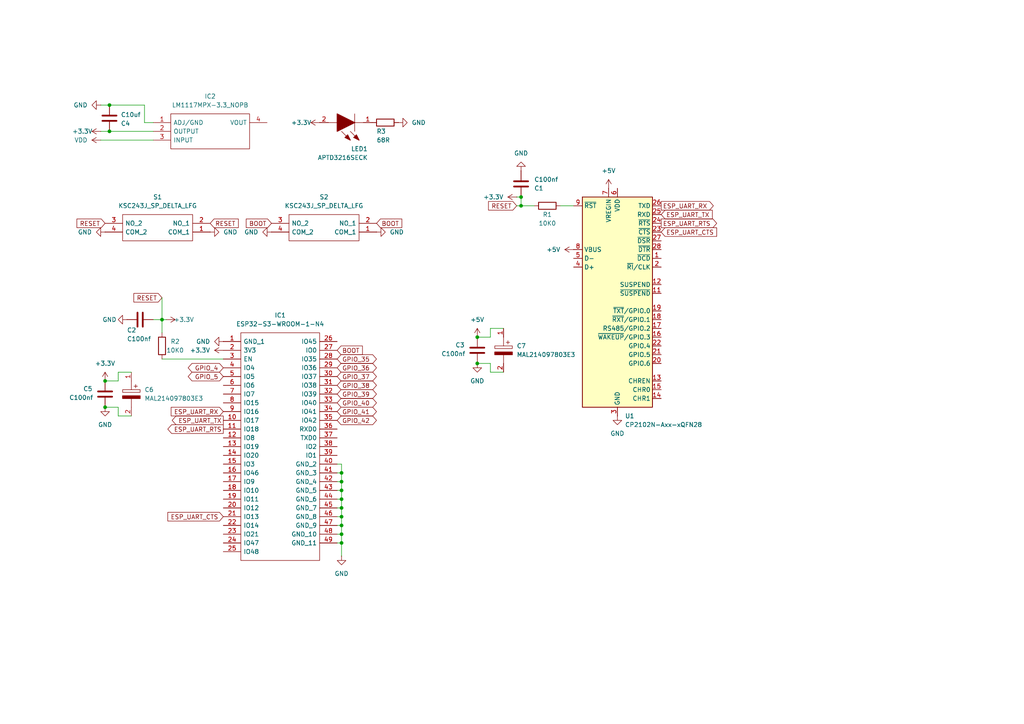
<source format=kicad_sch>
(kicad_sch (version 20231120) (generator "eeschema") (generator_version "8.0")
  (paper "A4")
  (title_block (date "2024-10-01") (rev "A"))
  (lib_symbols
    (symbol "Device:C" (pin_numbers hide) (pin_names (offset 0.254))
      (property "Reference" "C" (at 0.635 2.54 0))
      (property "Value" "C" (at 0.635 -2.54 0))
      (symbol "C_0_1"
        (polyline (pts (xy -2.032 -0.762) (xy 2.032 -0.762)) (stroke (width 0.508)))
        (polyline (pts (xy -2.032 0.762) (xy 2.032 0.762)) (stroke (width 0.508)))
      )
      (symbol "C_1_1"
        (pin passive line (at 0 3.81 270) (length 2.794) (name "~") (number "1"))
        (pin passive line (at 0 -3.81 90) (length 2.794) (name "~") (number "2"))
      )
    )
    (symbol "Device:R" (pin_numbers hide) (pin_names (offset 0))
      (property "Reference" "R" (at 2.032 0 90))
      (property "Value" "R" (at 0 0 90))
      (symbol "R_0_1"
        (rectangle (start -1.016 -2.54) (end 1.016 2.54) (stroke (width 0.254)))
      )
      (symbol "R_1_1"
        (pin passive line (at 0 3.81 270) (length 1.27) (name "~") (number "1"))
        (pin passive line (at 0 -3.81 90) (length 1.27) (name "~") (number "2"))
      )
    )
    (symbol "Interface_USB:CP2102N-Axx-xQFN28"
      (property "Reference" "U" (at -8.89 31.75 0))
      (property "Value" "CP2102N-Axx-xQFN28" (at 12.7 31.75 0))
      (symbol "CP2102N-Axx-xQFN28_0_1"
        (rectangle (start -10.16 30.48) (end 10.16 -30.48) (stroke (width 0.254)) (fill (type background)))
      )
      (symbol "CP2102N-Axx-xQFN28_1_1"
        (pin input line (at 12.7 12.7 180) (length 2.54) (name "~{DCD}") (number "1"))
        (pin no_connect line (at -10.16 -27.94 0) (length 2.54) hide (name "NC") (number "10"))
        (pin output line (at 12.7 2.54 180) (length 2.54) (name "~{SUSPEND}") (number "11"))
        (pin output line (at 12.7 5.08 180) (length 2.54) (name "SUSPEND") (number "12"))
        (pin output line (at 12.7 -22.86 180) (length 2.54) (name "CHREN") (number "13"))
        (pin output line (at 12.7 -27.94 180) (length 2.54) (name "CHR1") (number "14"))
        (pin output line (at 12.7 -25.4 180) (length 2.54) (name "CHR0") (number "15"))
        (pin bidirectional line (at 12.7 -10.16 180) (length 2.54) (name "~{WAKEUP}/GPIO.3") (number "16"))
        (pin bidirectional line (at 12.7 -7.62 180) (length 2.54) (name "RS485/GPIO.2") (number "17"))
        (pin bidirectional line (at 12.7 -5.08 180) (length 2.54) (name "~{RXT}/GPIO.1") (number "18"))
        (pin bidirectional line (at 12.7 -2.54 180) (length 2.54) (name "~{TXT}/GPIO.0") (number "19"))
        (pin bidirectional line (at 12.7 10.16 180) (length 2.54) (name "~{RI}/CLK") (number "2"))
        (pin bidirectional line (at 12.7 -17.78 180) (length 2.54) (name "GPIO.6") (number "20"))
        (pin bidirectional line (at 12.7 -15.24 180) (length 2.54) (name "GPIO.5") (number "21"))
        (pin bidirectional line (at 12.7 -12.7 180) (length 2.54) (name "GPIO.4") (number "22"))
        (pin input line (at 12.7 20.32 180) (length 2.54) (name "~{CTS}") (number "23"))
        (pin output line (at 12.7 22.86 180) (length 2.54) (name "~{RTS}") (number "24"))
        (pin input line (at 12.7 25.4 180) (length 2.54) (name "RXD") (number "25"))
        (pin output line (at 12.7 27.94 180) (length 2.54) (name "TXD") (number "26"))
        (pin input line (at 12.7 17.78 180) (length 2.54) (name "~{DSR}") (number "27"))
        (pin output line (at 12.7 15.24 180) (length 2.54) (name "~{DTR}") (number "28"))
        (pin passive line (at 0 -33.02 90) (length 2.54) hide (name "GND") (number "29"))
        (pin power_in line (at 0 -33.02 90) (length 2.54) (name "GND") (number "3"))
        (pin bidirectional line (at -12.7 10.16 0) (length 2.54) (name "D+") (number "4"))
        (pin bidirectional line (at -12.7 12.7 0) (length 2.54) (name "D-") (number "5"))
        (pin power_in line (at 0 33.02 270) (length 2.54) (name "VDD") (number "6"))
        (pin power_in line (at -2.54 33.02 270) (length 2.54) (name "VREGIN") (number "7"))
        (pin input line (at -12.7 15.24 0) (length 2.54) (name "VBUS") (number "8"))
        (pin input line (at -12.7 27.94 0) (length 2.54) (name "~{RST}") (number "9"))
      )
    )
    (symbol "SamacSys_Parts:APTD3216SECK" (pin_names (offset 0.762))
      (property "Reference" "LED" (at 12.7 8.89 0))
      (property "Value" "APTD3216SECK" (at 12.7 6.35 0))
      (symbol "APTD3216SECK_0_0"
        (pin passive line (at 0 0 0) (length 2.54) (name "~") (number "1"))
        (pin passive line (at 15.24 0 180) (length 2.54) (name "~") (number "2"))
      )
      (symbol "APTD3216SECK_0_1"
        (polyline (pts (xy 2.54 0) (xy 5.08 0)) (stroke (width 0.1524)))
        (polyline (pts (xy 5.08 2.54) (xy 5.08 -2.54)) (stroke (width 0.1524)))
        (polyline (pts (xy 6.35 2.54) (xy 3.81 5.08)) (stroke (width 0.1524)))
        (polyline (pts (xy 8.89 2.54) (xy 6.35 5.08)) (stroke (width 0.1524)))
        (polyline (pts (xy 10.16 0) (xy 12.7 0)) (stroke (width 0.1524)))
        (polyline (pts (xy 5.08 0) (xy 10.16 2.54) (xy 10.16 -2.54) (xy 5.08 0)) (stroke (width 0.254)) (fill (type outline)))
        (polyline (pts (xy 5.334 4.318) (xy 4.572 3.556) (xy 3.81 5.08) (xy 5.334 4.318)) (stroke (width 0.254)) (fill (type outline)))
        (polyline (pts (xy 7.874 4.318) (xy 7.112 3.556) (xy 6.35 5.08) (xy 7.874 4.318)) (stroke (width 0.254)) (fill (type outline)))
      )
    )
    (symbol "SamacSys_Parts:ESP32-S3-WROOM-1-N4" (pin_names (offset 0.762))
      (property "Reference" "IC" (at 29.21 7.62 0))
      (property "Value" "ESP32-S3-WROOM-1-N4" (at 29.21 5.08 0))
      (symbol "ESP32-S3-WROOM-1-N4_0_0"
        (pin passive line (at 0 0 0) (length 5.08) (name "GND_1") (number "1"))
        (pin passive line (at 0 -22.86 0) (length 5.08) (name "IO17") (number "10"))
        (pin passive line (at 0 -25.4 0) (length 5.08) (name "IO18") (number "11"))
        (pin passive line (at 0 -27.94 0) (length 5.08) (name "IO8") (number "12"))
        (pin passive line (at 0 -30.48 0) (length 5.08) (name "IO19") (number "13"))
        (pin passive line (at 0 -33.02 0) (length 5.08) (name "IO20") (number "14"))
        (pin passive line (at 0 -35.56 0) (length 5.08) (name "IO3") (number "15"))
        (pin passive line (at 0 -38.1 0) (length 5.08) (name "IO46") (number "16"))
        (pin passive line (at 0 -40.64 0) (length 5.08) (name "IO9") (number "17"))
        (pin passive line (at 0 -43.18 0) (length 5.08) (name "IO10") (number "18"))
        (pin passive line (at 0 -45.72 0) (length 5.08) (name "IO11") (number "19"))
        (pin passive line (at 0 -2.54 0) (length 5.08) (name "3V3") (number "2"))
        (pin passive line (at 0 -48.26 0) (length 5.08) (name "IO12") (number "20"))
        (pin passive line (at 0 -50.8 0) (length 5.08) (name "IO13") (number "21"))
        (pin passive line (at 0 -53.34 0) (length 5.08) (name "IO14") (number "22"))
        (pin passive line (at 0 -55.88 0) (length 5.08) (name "IO21") (number "23"))
        (pin passive line (at 0 -58.42 0) (length 5.08) (name "IO47") (number "24"))
        (pin passive line (at 0 -60.96 0) (length 5.08) (name "IO48") (number "25"))
        (pin passive line (at 33.02 0 180) (length 5.08) (name "IO45") (number "26"))
        (pin passive line (at 33.02 -2.54 180) (length 5.08) (name "IO0") (number "27"))
        (pin passive line (at 33.02 -5.08 180) (length 5.08) (name "IO35") (number "28"))
        (pin passive line (at 33.02 -7.62 180) (length 5.08) (name "IO36") (number "29"))
        (pin passive line (at 0 -5.08 0) (length 5.08) (name "EN") (number "3"))
        (pin passive line (at 33.02 -10.16 180) (length 5.08) (name "IO37") (number "30"))
        (pin passive line (at 33.02 -12.7 180) (length 5.08) (name "IO38") (number "31"))
        (pin passive line (at 33.02 -15.24 180) (length 5.08) (name "IO39") (number "32"))
        (pin passive line (at 33.02 -17.78 180) (length 5.08) (name "IO40") (number "33"))
        (pin passive line (at 33.02 -20.32 180) (length 5.08) (name "IO41") (number "34"))
        (pin passive line (at 33.02 -22.86 180) (length 5.08) (name "IO42") (number "35"))
        (pin passive line (at 33.02 -25.4 180) (length 5.08) (name "RXD0") (number "36"))
        (pin passive line (at 33.02 -27.94 180) (length 5.08) (name "TXD0") (number "37"))
        (pin passive line (at 33.02 -30.48 180) (length 5.08) (name "IO2") (number "38"))
        (pin passive line (at 33.02 -33.02 180) (length 5.08) (name "IO1") (number "39"))
        (pin passive line (at 0 -7.62 0) (length 5.08) (name "IO4") (number "4"))
        (pin passive line (at 33.02 -35.56 180) (length 5.08) (name "GND_2") (number "40"))
        (pin passive line (at 33.02 -38.1 180) (length 5.08) (name "GND_3") (number "41"))
        (pin passive line (at 33.02 -40.64 180) (length 5.08) (name "GND_4") (number "42"))
        (pin passive line (at 33.02 -43.18 180) (length 5.08) (name "GND_5") (number "43"))
        (pin passive line (at 33.02 -45.72 180) (length 5.08) (name "GND_6") (number "44"))
        (pin passive line (at 33.02 -48.26 180) (length 5.08) (name "GND_7") (number "45"))
        (pin passive line (at 33.02 -50.8 180) (length 5.08) (name "GND_8") (number "46"))
        (pin passive line (at 33.02 -53.34 180) (length 5.08) (name "GND_9") (number "47"))
        (pin passive line (at 33.02 -55.88 180) (length 5.08) (name "GND_10") (number "48"))
        (pin passive line (at 33.02 -58.42 180) (length 5.08) (name "GND_11") (number "49"))
        (pin passive line (at 0 -10.16 0) (length 5.08) (name "IO5") (number "5"))
        (pin passive line (at 0 -12.7 0) (length 5.08) (name "IO6") (number "6"))
        (pin passive line (at 0 -15.24 0) (length 5.08) (name "IO7") (number "7"))
        (pin passive line (at 0 -17.78 0) (length 5.08) (name "IO15") (number "8"))
        (pin passive line (at 0 -20.32 0) (length 5.08) (name "IO16") (number "9"))
      )
      (symbol "ESP32-S3-WROOM-1-N4_0_1"
        (polyline (pts (xy 5.08 2.54) (xy 27.94 2.54) (xy 27.94 -63.5) (xy 5.08 -63.5) (xy 5.08 2.54)) (stroke (width 0.1524)))
      )
    )
    (symbol "SamacSys_Parts:KSC243J_SP_DELTA_LFG" (pin_names (offset 0.762))
      (property "Reference" "S" (at 26.67 7.62 0))
      (property "Value" "KSC243J_SP_DELTA_LFG" (at 26.67 5.08 0))
      (symbol "KSC243J_SP_DELTA_LFG_0_0"
        (pin passive line (at 30.48 -2.54 180) (length 5.08) (name "COM_1") (number "1"))
        (pin passive line (at 30.48 0 180) (length 5.08) (name "NO_1") (number "2"))
        (pin passive line (at 0 0 0) (length 5.08) (name "NO_2") (number "3"))
        (pin passive line (at 0 -2.54 0) (length 5.08) (name "COM_2") (number "4"))
      )
      (symbol "KSC243J_SP_DELTA_LFG_0_1"
        (polyline (pts (xy 5.08 2.54) (xy 25.4 2.54) (xy 25.4 -5.08) (xy 5.08 -5.08) (xy 5.08 2.54)) (stroke (width 0.1524)))
      )
    )
    (symbol "SamacSys_Parts:LM1117MPX-3.3_NOPB" (pin_names (offset 0.762))
      (property "Reference" "IC" (at 29.21 7.62 0))
      (property "Value" "LM1117MPX-3.3_NOPB" (at 29.21 5.08 0))
      (symbol "LM1117MPX-3.3_NOPB_0_0"
        (pin passive line (at 0 0 0) (length 5.08) (name "ADJ/GND") (number "1"))
        (pin passive line (at 0 -2.54 0) (length 5.08) (name "OUTPUT") (number "2"))
        (pin passive line (at 0 -5.08 0) (length 5.08) (name "INPUT") (number "3"))
        (pin passive line (at 33.02 0 180) (length 5.08) (name "VOUT") (number "4"))
      )
      (symbol "LM1117MPX-3.3_NOPB_0_1"
        (polyline (pts (xy 5.08 2.54) (xy 27.94 2.54) (xy 27.94 -7.62) (xy 5.08 -7.62) (xy 5.08 2.54)) (stroke (width 0.1524)))
      )
    )
    (symbol "SamacSys_Parts:MAL214097803E3" (pin_names (offset 0.762))
      (property "Reference" "C" (at 8.89 6.35 0))
      (property "Value" "MAL214097803E3" (at 8.89 3.81 0))
      (symbol "MAL214097803E3_0_0"
        (pin passive line (at 0 0 0) (length 2.54) (name "~") (number "1"))
        (pin passive line (at 12.7 0 180) (length 2.54) (name "~") (number "2"))
      )
      (symbol "MAL214097803E3_0_1"
        (polyline (pts (xy 2.54 0) (xy 5.08 0)) (stroke (width 0.1524)))
        (polyline (pts (xy 4.064 1.778) (xy 4.064 0.762)) (stroke (width 0.1524)))
        (polyline (pts (xy 4.572 1.27) (xy 3.556 1.27)) (stroke (width 0.1524)))
        (polyline (pts (xy 7.62 0) (xy 10.16 0)) (stroke (width 0.1524)))
        (polyline (pts (xy 5.08 2.54) (xy 5.08 -2.54) (xy 5.842 -2.54) (xy 5.842 2.54) (xy 5.08 2.54)) (stroke (width 0.1524)))
        (polyline (pts (xy 7.62 2.54) (xy 7.62 -2.54) (xy 6.858 -2.54) (xy 6.858 2.54) (xy 7.62 2.54)) (stroke (width 0.254)) (fill (type outline)))
      )
    )
    (symbol "power:+3.3V" (power) (pin_numbers hide) (pin_names (offset 0) hide)
      (property "Value" "+3.3V" (at 0 3.556 0))
      (symbol "+3.3V_0_1"
        (polyline (pts (xy -0.762 1.27) (xy 0 2.54)))
        (polyline (pts (xy 0 0) (xy 0 2.54)))
        (polyline (pts (xy 0 2.54) (xy 0.762 1.27)))
      )
      (symbol "+3.3V_1_1"
        (pin power_in line (at 0 0 90) (length 0) (name "~") (number "1"))
      )
    )
    (symbol "power:+5V" (power) (pin_numbers hide) (pin_names (offset 0) hide)
      (property "Value" "+5V" (at 0 3.556 0))
      (symbol "+5V_0_1"
        (polyline (pts (xy -0.762 1.27) (xy 0 2.54)))
        (polyline (pts (xy 0 0) (xy 0 2.54)))
        (polyline (pts (xy 0 2.54) (xy 0.762 1.27)))
      )
      (symbol "+5V_1_1"
        (pin power_in line (at 0 0 90) (length 0) (name "~") (number "1"))
      )
    )
    (symbol "power:GND" (power) (pin_numbers hide) (pin_names (offset 0) hide)
      (property "Value" "GND" (at 0 -3.81 0))
      (symbol "GND_0_1"
        (polyline (pts (xy 0 0) (xy 0 -1.27) (xy 1.27 -1.27) (xy 0 -2.54) (xy -1.27 -1.27) (xy 0 -1.27)))
      )
      (symbol "GND_1_1"
        (pin power_in line (at 0 0 270) (length 0) (name "~") (number "1"))
      )
    )
    (symbol "power:VDD" (power) (pin_numbers hide) (pin_names (offset 0) hide)
      (property "Value" "VDD" (at 0 3.556 0))
      (symbol "VDD_0_1"
        (polyline (pts (xy -0.762 1.27) (xy 0 2.54)))
        (polyline (pts (xy 0 0) (xy 0 2.54)))
        (polyline (pts (xy 0 2.54) (xy 0.762 1.27)))
      )
      (symbol "VDD_1_1"
        (pin power_in line (at 0 0 90) (length 0) (name "~") (number "1"))
      )
    )
  )
  (junction (at 99.06 144.78))
  (junction (at 99.06 152.4))
  (junction (at 99.06 147.32))
  (junction (at 46.99 92.71))
  (junction (at 99.06 137.16))
  (junction (at 30.48 118.11))
  (junction (at 99.06 142.24))
  (junction (at 151.13 59.69))
  (junction (at 138.43 97.79))
  (junction (at 30.48 110.49))
  (junction (at 31.75 30.48))
  (junction (at 99.06 154.94))
  (junction (at 31.75 38.1))
  (junction (at 99.06 139.7))
  (junction (at 151.13 57.15))
  (junction (at 138.43 105.41))
  (junction (at 99.06 157.48))
  (junction (at 99.06 149.86))
  (wire (pts (xy 151.13 59.69) (xy 154.94 59.69)))
  (wire (pts (xy 162.56 59.69) (xy 166.37 59.69)))
  (wire (pts (xy 99.06 157.48) (xy 99.06 161.29)))
  (wire (pts (xy 99.06 157.48) (xy 97.79 157.48)))
  (wire (pts (xy 97.79 144.78) (xy 99.06 144.78)))
  (wire (pts (xy 97.79 142.24) (xy 99.06 142.24)))
  (wire (pts (xy 34.29 110.49) (xy 30.48 110.49)))
  (wire (pts (xy 44.45 38.1) (xy 31.75 38.1)))
  (wire (pts (xy 38.1 120.65) (xy 34.29 120.65)))
  (wire (pts (xy 97.79 147.32) (xy 99.06 147.32)))
  (wire (pts (xy 97.79 139.7) (xy 99.06 139.7)))
  (wire (pts (xy 99.06 142.24) (xy 99.06 144.78)))
  (wire (pts (xy 99.06 152.4) (xy 99.06 154.94)))
  (wire (pts (xy 97.79 149.86) (xy 99.06 149.86)))
  (wire (pts (xy 29.21 38.1) (xy 31.75 38.1)))
  (wire (pts (xy 38.1 107.95) (xy 34.29 107.95)))
  (wire (pts (xy 97.79 154.94) (xy 99.06 154.94)))
  (wire (pts (xy 97.79 152.4) (xy 99.06 152.4)))
  (wire (pts (xy 99.06 137.16) (xy 99.06 139.7)))
  (wire (pts (xy 142.24 107.95) (xy 142.24 105.41)))
  (wire (pts (xy 46.99 92.71) (xy 46.99 96.52)))
  (wire (pts (xy 34.29 107.95) (xy 34.29 110.49)))
  (wire (pts (xy 99.06 134.62) (xy 99.06 137.16)))
  (wire (pts (xy 29.21 30.48) (xy 31.75 30.48)))
  (wire (pts (xy 146.05 95.25) (xy 142.24 95.25)))
  (wire (pts (xy 142.24 105.41) (xy 138.43 105.41)))
  (wire (pts (xy 44.45 40.64) (xy 29.21 40.64)))
  (wire (pts (xy 46.99 92.71) (xy 44.45 92.71)))
  (wire (pts (xy 97.79 137.16) (xy 99.06 137.16)))
  (wire (pts (xy 99.06 144.78) (xy 99.06 147.32)))
  (wire (pts (xy 99.06 149.86) (xy 99.06 152.4)))
  (wire (pts (xy 46.99 104.14) (xy 64.77 104.14)))
  (wire (pts (xy 99.06 147.32) (xy 99.06 149.86)))
  (wire (pts (xy 149.86 57.15) (xy 151.13 57.15)))
  (wire (pts (xy 34.29 120.65) (xy 34.29 118.11)))
  (wire (pts (xy 46.99 86.36) (xy 46.99 92.71)))
  (wire (pts (xy 99.06 139.7) (xy 99.06 142.24)))
  (wire (pts (xy 41.91 30.48) (xy 41.91 35.56)))
  (wire (pts (xy 48.26 92.71) (xy 46.99 92.71)))
  (wire (pts (xy 146.05 107.95) (xy 142.24 107.95)))
  (wire (pts (xy 99.06 154.94) (xy 99.06 157.48)))
  (wire (pts (xy 31.75 30.48) (xy 41.91 30.48)))
  (wire (pts (xy 41.91 35.56) (xy 44.45 35.56)))
  (wire (pts (xy 149.86 59.69) (xy 151.13 59.69)))
  (wire (pts (xy 142.24 97.79) (xy 138.43 97.79)))
  (wire (pts (xy 34.29 118.11) (xy 30.48 118.11)))
  (wire (pts (xy 151.13 59.69) (xy 151.13 57.15)))
  (wire (pts (xy 97.79 134.62) (xy 99.06 134.62)))
  (wire (pts (xy 142.24 95.25) (xy 142.24 97.79)))
  (global_label "BOOT" (shape input) (at 109.22 64.77 0) (property "Intersheetrefs" "${INTERSHEET_REFS}" (effects (hide yes))))
  (global_label "BOOT" (shape input) (at 78.74 64.77 180) (property "Intersheetrefs" "${INTERSHEET_REFS}" (effects (hide yes))))
  (global_label "GPIO_42" (shape bidirectional) (at 97.79 121.92 0) (property "Intersheetrefs" "${INTERSHEET_REFS}" (effects (hide yes))))
  (global_label "GPIO_40" (shape bidirectional) (at 97.79 116.84 0) (property "Intersheetrefs" "${INTERSHEET_REFS}" (effects (hide yes))))
  (global_label "GPIO_35" (shape bidirectional) (at 97.79 104.14 0) (property "Intersheetrefs" "${INTERSHEET_REFS}" (effects (hide yes))))
  (global_label "GPIO_38" (shape bidirectional) (at 97.79 111.76 0) (property "Intersheetrefs" "${INTERSHEET_REFS}" (effects (hide yes))))
  (global_label "ESP_UART_CTS" (shape input) (at 64.77 149.86 180) (property "Intersheetrefs" "${INTERSHEET_REFS}" (effects (hide yes))))
  (global_label "RESET" (shape input) (at 30.48 64.77 180) (property "Intersheetrefs" "${INTERSHEET_REFS}" (effects (hide yes))))
  (global_label "GPIO_41" (shape bidirectional) (at 97.79 119.38 0) (property "Intersheetrefs" "${INTERSHEET_REFS}" (effects (hide yes))))
  (global_label "RESET" (shape input) (at 46.99 86.36 180) (property "Intersheetrefs" "${INTERSHEET_REFS}" (effects (hide yes))))
  (global_label "ESP_UART_TX" (shape input) (at 191.77 62.23 0) (property "Intersheetrefs" "${INTERSHEET_REFS}" (effects (hide yes))))
  (global_label "GPIO_4" (shape bidirectional) (at 64.77 106.68 180) (property "Intersheetrefs" "${INTERSHEET_REFS}" (effects (hide yes))))
  (global_label "ESP_UART_RTS" (shape output) (at 64.77 124.46 180) (property "Intersheetrefs" "${INTERSHEET_REFS}" (effects (hide yes))))
  (global_label "GPIO_36" (shape bidirectional) (at 97.79 106.68 0) (property "Intersheetrefs" "${INTERSHEET_REFS}" (effects (hide yes))))
  (global_label "RESET" (shape input) (at 149.86 59.69 180) (property "Intersheetrefs" "${INTERSHEET_REFS}" (effects (hide yes))))
  (global_label "GPIO_5" (shape bidirectional) (at 64.77 109.22 180) (property "Intersheetrefs" "${INTERSHEET_REFS}" (effects (hide yes))))
  (global_label "RESET" (shape input) (at 60.96 64.77 0) (property "Intersheetrefs" "${INTERSHEET_REFS}" (effects (hide yes))))
  (global_label "ESP_UART_RX" (shape input) (at 64.77 119.38 180) (property "Intersheetrefs" "${INTERSHEET_REFS}" (effects (hide yes))))
  (global_label "GPIO_39" (shape bidirectional) (at 97.79 114.3 0) (property "Intersheetrefs" "${INTERSHEET_REFS}" (effects (hide yes))))
  (global_label "ESP_UART_RX" (shape output) (at 191.77 59.69 0) (property "Intersheetrefs" "${INTERSHEET_REFS}" (effects (hide yes))))
  (global_label "ESP_UART_RTS" (shape output) (at 191.77 64.77 0) (property "Intersheetrefs" "${INTERSHEET_REFS}" (effects (hide yes))))
  (global_label "ESP_UART_CTS" (shape input) (at 191.77 67.31 0) (property "Intersheetrefs" "${INTERSHEET_REFS}" (effects (hide yes))))
  (global_label "BOOT" (shape input) (at 97.79 101.6 0) (property "Intersheetrefs" "${INTERSHEET_REFS}" (effects (hide yes))))
  (global_label "GPIO_37" (shape bidirectional) (at 97.79 109.22 0) (property "Intersheetrefs" "${INTERSHEET_REFS}" (effects (hide yes))))
  (global_label "ESP_UART_TX" (shape output) (at 64.77 121.92 180) (property "Intersheetrefs" "${INTERSHEET_REFS}" (effects (hide yes))))
  (symbol (lib_id "power:GND") (at 115.57 35.56 90) (unit 1)
    (property "Reference" "#PWR025" (effects (hide yes)))
    (property "Value" "GND" (at 119.38 35.56 90) (effects (justify right)))
  )
  (symbol (lib_id "power:GND") (at 138.43 105.41 0) (unit 1)
    (property "Reference" "#PWR020" (effects (hide yes)))
    (property "Value" "GND" (at 138.43 110.49 0))
    (property "Description" "Power symbol creates a global label with name \"GND\" , ground" (effects (hide yes)))
  )
  (symbol (lib_id "power:GND") (at 99.06 161.29 0) (unit 1)
    (property "Reference" "#PWR04" (effects (hide yes)))
    (property "Value" "GND" (at 99.06 166.37 0))
    (property "Description" "Power symbol creates a global label with name \"GND\" , ground" (effects (hide yes)))
  )
  (symbol (lib_id "SamacSys_Parts:ESP32-S3-WROOM-1-N4") (at 64.77 99.06 0) (unit 1)
    (property "Reference" "IC1" (at 81.28 91.44 0))
    (property "Value" "ESP32-S3-WROOM-1-N4" (at 81.28 93.98 0))
    (property "Footprint" "SamacSys_Parts:ESP32S3WROOM1UN8R8" (effects (hide yes)))
    (property "Datasheet" "https://www.espressif.com/sites/default/files/documentation/esp32-s3-wroom-1_wroom-1u_datasheet_en.pdf" (effects (hide yes)))
    (property "Description" "WiFi Modules - 802.11 [Engineering Samples] SMD Module, ESP32-S3, 4 MB SPI Flash, PCB Antenna" (effects (hide yes)))
    (property "Height" "3.25" (effects (hide yes)))
    (property "Mouser Part Number" "356-ESP32-S3WROOM1N4" (effects (hide yes)))
    (property "Mouser Price/Stock" "https://www.mouser.co.uk/ProductDetail/Espressif-Systems/ESP32-S3-WROOM-1-N4?qs=Li%252BoUPsLEnsO%2FkiJOUK0FQ%3D%3D" (effects (hide yes)))
    (property "Manufacturer_Name" "Espressif Systems" (effects (hide yes)))
    (property "Manufacturer_Part_Number" "ESP32-S3-WROOM-1-N4" (effects (hide yes)))
  )
  (symbol (lib_id "Device:C") (at 31.75 34.29 0) (unit 1)
    (property "Reference" "C4" (at 35.052 35.814 0) (effects (justify left)))
    (property "Value" "C10uf" (at 35.052 33.274 0) (effects (justify left)))
    (property "Footprint" "Capacitor_SMD:C_0603_1608Metric" (effects (hide yes)))
  )
  (symbol (lib_id "power:GND") (at 29.21 30.48 270) (unit 1)
    (property "Reference" "#PWR022" (effects (hide yes)))
    (property "Value" "GND" (at 25.4 30.4799 90) (effects (justify right)))
    (property "Description" "Power symbol creates a global label with name \"GND\" , ground" (effects (hide yes)))
  )
  (symbol (lib_id "Device:C") (at 40.64 92.71 270) (unit 1)
    (property "Reference" "C2" (at 36.83 95.758 90) (effects (justify left)))
    (property "Value" "C100nf" (at 36.83 98.298 90) (effects (justify left)))
    (property "Footprint" "Capacitor_SMD:C_0603_1608Metric" (effects (hide yes)))
  )
  (symbol (lib_id "power:+5V") (at 176.53 54.61 0) (mirror y) (unit 1)
    (property "Reference" "#PWR010" (effects (hide yes)))
    (property "Value" "+5V" (at 176.53 49.53 0))
    (property "Description" "Power symbol creates a global label with name \"+5V\"" (effects (hide yes)))
  )
  (symbol (lib_id "Device:R") (at 111.76 35.56 270) (unit 1)
    (property "Reference" "R3" (at 109.22 38.1 90) (effects (justify left)))
    (property "Value" "68R" (at 109.22 40.64 90) (effects (justify left)))
    (property "Footprint" "Resistor_SMD:R_1206_3216Metric" (effects (hide yes)))
  )
  (symbol (lib_id "power:GND") (at 64.77 99.06 270) (unit 1)
    (property "Reference" "#PWR03" (effects (hide yes)))
    (property "Value" "GND" (at 60.96 99.0599 90) (effects (justify right)))
    (property "Description" "Power symbol creates a global label with name \"GND\" , ground" (effects (hide yes)))
  )
  (symbol (lib_id "SamacSys_Parts:KSC243J_SP_DELTA_LFG") (at 78.74 64.77 0) (unit 1)
    (property "Reference" "S2" (at 93.98 57.15 0))
    (property "Value" "KSC243J_SP_DELTA_LFG" (at 93.98 59.69 0))
    (property "Footprint" "KSC243JSPDELTALFG" (effects (hide yes)))
    (property "Datasheet" "https://www.ckswitches.com/media/1968/ksc2.pdf" (effects (hide yes)))
    (property "Description" "SEALED TACT SWITCH FOR SMT -40C to 85C 10mA @ 32VDC SPST-NO" (effects (hide yes)))
    (property "Description_1" "SEALED TACT SWITCH FOR SMT -40C to 85C 10mA @ 32VDC SPST-NO" (effects (hide yes)))
    (property "Height" "3.5" (effects (hide yes)))
    (property "Manufacturer_Name" "LITTELFUSE" (effects (hide yes)))
    (property "Manufacturer_Part_Number" "KSC243J SP DELTA LFG" (effects (hide yes)))
  )
  (symbol (lib_id "power:+5V") (at 138.43 97.79 0) (mirror y) (unit 1)
    (property "Reference" "#PWR016" (effects (hide yes)))
    (property "Value" "+5V" (at 138.43 92.71 0))
    (property "Description" "Power symbol creates a global label with name \"+5V\"" (effects (hide yes)))
  )
  (symbol (lib_id "power:GND") (at 36.83 92.71 270) (unit 1)
    (property "Reference" "#PWR02" (effects (hide yes)))
    (property "Value" "GND" (at 31.75 92.71 90))
    (property "Description" "Power symbol creates a global label with name \"GND\" , ground" (effects (hide yes)))
  )
  (symbol (lib_id "power:+3.3V") (at 30.48 110.49 0) (unit 1)
    (property "Reference" "#PWR026" (effects (hide yes)))
    (property "Value" "+3.3V" (at 30.48 105.41 0))
    (property "Description" "Power symbol creates a global label with name \"+3.3V\"" (effects (hide yes)))
  )
  (symbol (lib_id "power:+5V") (at 166.37 72.39 90) (mirror x) (unit 1)
    (property "Reference" "#PWR015" (effects (hide yes)))
    (property "Value" "+5V" (at 162.56 72.3899 90) (effects (justify left)))
    (property "Description" "Power symbol creates a global label with name \"+5V\"" (effects (hide yes)))
  )
  (symbol (lib_id "power:GND") (at 30.48 118.11 0) (unit 1)
    (property "Reference" "#PWR027" (effects (hide yes)))
    (property "Value" "GND" (at 30.48 123.19 0))
    (property "Description" "Power symbol creates a global label with name \"GND\" , ground" (effects (hide yes)))
  )
  (symbol (lib_id "SamacSys_Parts:KSC243J_SP_DELTA_LFG") (at 30.48 64.77 0) (unit 1)
    (property "Reference" "S1" (at 45.72 57.15 0))
    (property "Value" "KSC243J_SP_DELTA_LFG" (at 45.72 59.69 0))
    (property "Footprint" "KSC243JSPDELTALFG" (effects (hide yes)))
    (property "Datasheet" "https://www.ckswitches.com/media/1968/ksc2.pdf" (effects (hide yes)))
    (property "Description" "SEALED TACT SWITCH FOR SMT -40C to 85C 10mA @ 32VDC SPST-NO" (effects (hide yes)))
    (property "Description_1" "SEALED TACT SWITCH FOR SMT -40C to 85C 10mA @ 32VDC SPST-NO" (effects (hide yes)))
    (property "Height" "3.5" (effects (hide yes)))
    (property "Manufacturer_Name" "LITTELFUSE" (effects (hide yes)))
    (property "Manufacturer_Part_Number" "KSC243J SP DELTA LFG" (effects (hide yes)))
  )
  (symbol (lib_id "SamacSys_Parts:APTD3216SECK") (at 107.95 35.56 180) (unit 1)
    (property "Reference" "LED1" (at 106.68 43.18 0) (effects (justify left)))
    (property "Value" "APTD3216SECK" (at 106.68 45.72 0) (effects (justify left)))
    (property "Footprint" "SamacSys_Parts:APTD3216SECK" (effects (hide yes)))
    (property "Datasheet" "https://componentsearchengine.com/Datasheets/1/APTD3216SECK.pdf" (effects (hide yes)))
    (property "Description" "LED ORANGE CLEAR 2SMD" (effects (hide yes)))
    (property "Height" "1.8" (effects (hide yes)))
    (property "Mouser Part Number" "604-APTD-3216SECK" (effects (hide yes)))
    (property "Mouser Price/Stock" "https://www.mouser.co.uk/ProductDetail/Kingbright/APTD3216SECK?qs=JpELLRhtMc0ALFtUxkE2Yg%3D%3D" (effects (hide yes)))
    (property "Manufacturer_Name" "Kingbright" (effects (hide yes)))
    (property "Manufacturer_Part_Number" "APTD3216SECK" (effects (hide yes)))
  )
  (symbol (lib_id "power:+3.3V") (at 29.21 38.1 90) (unit 1)
    (property "Reference" "#PWR023" (effects (hide yes)))
    (property "Value" "+3.3V" (at 23.876 38.1 90))
    (property "Description" "Power symbol creates a global label with name \"+3.3V\"" (effects (hide yes)))
  )
  (symbol (lib_id "Device:C") (at 30.48 114.3 0) (unit 1)
    (property "Reference" "C5" (at 24.13 112.776 0) (effects (justify left)))
    (property "Value" "C100nf" (at 20.066 115.316 0) (effects (justify left)))
    (property "Footprint" "Capacitor_SMD:C_0603_1608Metric" (effects (hide yes)))
  )
  (symbol (lib_id "power:GND") (at 109.22 67.31 90) (unit 1)
    (property "Reference" "#PWR08" (effects (hide yes)))
    (property "Value" "GND" (at 113.03 67.3099 90) (effects (justify right)))
    (property "Description" "Power symbol creates a global label with name \"GND\" , ground" (effects (hide yes)))
  )
  (symbol (lib_id "power:GND") (at 179.07 120.65 0) (unit 1)
    (property "Reference" "#PWR011" (effects (hide yes)))
    (property "Value" "GND" (at 179.07 125.73 0))
    (property "Description" "Power symbol creates a global label with name \"GND\" , ground" (effects (hide yes)))
  )
  (symbol (lib_id "SamacSys_Parts:MAL214097803E3") (at 38.1 107.95 270) (unit 1)
    (property "Reference" "C6" (at 41.91 113.0299 90) (effects (justify left)))
    (property "Value" "MAL214097803E3" (at 41.91 115.5699 90) (effects (justify left)))
    (property "Footprint" "CAPAE850X1050N" (effects (hide yes)))
    (property "Datasheet" "https://www.vishay.com/docs/28396/140crh.pdf" (effects (hide yes)))
    (property "Description" "Aluminum Electrolytic Capacitors - SMD 22uF 63volts 20%" (effects (hide yes)))
    (property "Description_1" "Aluminum Electrolytic Capacitors - SMD 22uF 63volts 20%" (effects (hide yes)))
    (property "Height" "10.5" (effects (hide yes)))
    (property "Mouser Part Number" "594-2222-140-97803" (effects (hide yes)))
    (property "Mouser Price/Stock" "https://www.mouser.co.uk/ProductDetail/Vishay-BC-Components/MAL214097803E3?qs=aJI9t0tCUiWt1%252BdrEJ7A5w%3D%3D" (effects (hide yes)))
    (property "Manufacturer_Name" "Vishay" (effects (hide yes)))
    (property "Manufacturer_Part_Number" "MAL214097803E3" (effects (hide yes)))
  )
  (symbol (lib_id "power:+3.3V") (at 149.86 57.15 90) (unit 1)
    (property "Reference" "#PWR014" (effects (hide yes)))
    (property "Value" "+3.3V" (at 146.05 57.1499 90) (effects (justify left)))
    (property "Description" "Power symbol creates a global label with name \"+3.3V\"" (effects (hide yes)))
  )
  (symbol (lib_id "power:+3.3V") (at 48.26 92.71 270) (unit 1)
    (property "Reference" "#PWR012" (effects (hide yes)))
    (property "Value" "+3.3V" (at 53.34 92.71 90))
    (property "Description" "Power symbol creates a global label with name \"+3.3V\"" (effects (hide yes)))
  )
  (symbol (lib_id "power:GND") (at 78.74 67.31 270) (unit 1)
    (property "Reference" "#PWR07" (effects (hide yes)))
    (property "Value" "GND" (at 74.93 67.3099 90) (effects (justify right)))
    (property "Description" "Power symbol creates a global label with name \"GND\" , ground" (effects (hide yes)))
  )
  (symbol (lib_id "Device:C") (at 151.13 53.34 0) (mirror x) (unit 1)
    (property "Reference" "C1" (at 154.94 54.61 0) (effects (justify left)))
    (property "Value" "C100nf" (at 154.94 52.07 0) (effects (justify left)))
    (property "Footprint" "Capacitor_SMD:C_0603_1608Metric" (effects (hide yes)))
  )
  (symbol (lib_id "Device:R") (at 46.99 100.33 180) (unit 1)
    (property "Reference" "R2" (at 50.8 99.06 0))
    (property "Value" "10K0" (at 50.8 101.6 0))
    (property "Footprint" "Resistor_SMD:R_1206_3216Metric" (effects (hide yes)))
  )
  (symbol (lib_id "power:GND") (at 60.96 67.31 90) (unit 1)
    (property "Reference" "#PWR06" (effects (hide yes)))
    (property "Value" "GND" (at 64.77 67.3099 90) (effects (justify right)))
    (property "Description" "Power symbol creates a global label with name \"GND\" , ground" (effects (hide yes)))
  )
  (symbol (lib_id "Device:R") (at 158.75 59.69 270) (mirror x) (unit 1)
    (property "Reference" "R1" (at 158.75 62.23 90))
    (property "Value" "10K0" (at 158.75 64.77 90))
    (property "Footprint" "Resistor_SMD:R_1206_3216Metric" (effects (hide yes)))
  )
  (symbol (lib_id "power:+3.3V") (at 64.77 101.6 90) (unit 1)
    (property "Reference" "#PWR013" (effects (hide yes)))
    (property "Value" "+3.3V" (at 60.96 101.5999 90) (effects (justify left)))
    (property "Description" "Power symbol creates a global label with name \"+3.3V\"" (effects (hide yes)))
  )
  (symbol (lib_id "SamacSys_Parts:MAL214097803E3") (at 146.05 95.25 270) (unit 1)
    (property "Reference" "C7" (at 149.86 100.3299 90) (effects (justify left)))
    (property "Value" "MAL214097803E3" (at 149.86 102.8699 90) (effects (justify left)))
    (property "Footprint" "CAPAE850X1050N" (effects (hide yes)))
    (property "Datasheet" "https://www.vishay.com/docs/28396/140crh.pdf" (effects (hide yes)))
    (property "Description" "Aluminum Electrolytic Capacitors - SMD 22uF 63volts 20%" (effects (hide yes)))
    (property "Description_1" "Aluminum Electrolytic Capacitors - SMD 22uF 63volts 20%" (effects (hide yes)))
    (property "Height" "10.5" (effects (hide yes)))
    (property "Mouser Part Number" "594-2222-140-97803" (effects (hide yes)))
    (property "Mouser Price/Stock" "https://www.mouser.co.uk/ProductDetail/Vishay-BC-Components/MAL214097803E3?qs=aJI9t0tCUiWt1%252BdrEJ7A5w%3D%3D" (effects (hide yes)))
    (property "Manufacturer_Name" "Vishay" (effects (hide yes)))
    (property "Manufacturer_Part_Number" "MAL214097803E3" (effects (hide yes)))
  )
  (symbol (lib_id "power:GND") (at 151.13 49.53 180) (unit 1)
    (property "Reference" "#PWR09" (effects (hide yes)))
    (property "Value" "GND" (at 151.13 44.45 0))
    (property "Description" "Power symbol creates a global label with name \"GND\" , ground" (effects (hide yes)))
  )
  (symbol (lib_id "power:+3.3V") (at 92.71 35.56 90) (unit 1)
    (property "Reference" "#PWR024" (effects (hide yes)))
    (property "Value" "+3.3V" (at 87.376 35.56 90))
    (property "Description" "Power symbol creates a global label with name \"+3.3V\"" (effects (hide yes)))
  )
  (symbol (lib_id "Interface_USB:CP2102N-Axx-xQFN28") (at 179.07 87.63 0) (unit 1)
    (property "Reference" "U1" (at 181.2641 120.65 0) (effects (justify left)))
    (property "Value" "CP2102N-Axx-xQFN28" (at 181.2641 123.19 0) (effects (justify left)))
    (property "Footprint" "Package_DFN_QFN:QFN-28-1EP_5x5mm_P0.5mm_EP3.35x3.35mm" (effects (hide yes)))
    (property "Datasheet" "https://www.silabs.com/documents/public/data-sheets/cp2102n-datasheet.pdf" (effects (hide yes)))
  )
  (symbol (lib_id "SamacSys_Parts:LM1117MPX-3.3_NOPB") (at 44.45 35.56 0) (unit 1)
    (property "Reference" "IC2" (at 60.96 27.94 0))
    (property "Value" "LM1117MPX-3.3_NOPB" (at 60.96 30.48 0))
    (property "Footprint" "SOT230P700X180-4N" (effects (hide yes)))
    (property "Datasheet" "http://www.ti.com/lit/ds/symlink/lm1117.pdf" (effects (hide yes)))
    (property "Description" "Space saving 800-mA low-dropout linear regulator with internal current limit" (effects (hide yes)))
    (property "Description_1" "Space saving 800-mA low-dropout linear regulator with internal current limit" (effects (hide yes)))
    (property "Height" "1.8" (effects (hide yes)))
    (property "Mouser Part Number" "926-LM1117MPX3.3NOPB" (effects (hide yes)))
    (property "Mouser Price/Stock" "https://www.mouser.co.uk/ProductDetail/Texas-Instruments/LM1117MPX-3.3-NOPB?qs=X1J7HmVL2ZHRbBIxXi4utg%3D%3D" (effects (hide yes)))
    (property "Manufacturer_Name" "Texas Instruments" (effects (hide yes)))
    (property "Manufacturer_Part_Number" "LM1117MPX-3.3/NOPB" (effects (hide yes)))
  )
  (symbol (lib_id "Device:C") (at 138.43 101.6 0) (unit 1)
    (property "Reference" "C3" (at 132.08 100.076 0) (effects (justify left)))
    (property "Value" "C100nf" (at 128.016 102.616 0) (effects (justify left)))
    (property "Footprint" "Capacitor_SMD:C_0603_1608Metric" (effects (hide yes)))
  )
  (symbol (lib_id "power:GND") (at 30.48 67.31 270) (unit 1)
    (property "Reference" "#PWR05" (effects (hide yes)))
    (property "Value" "GND" (at 26.67 67.3099 90) (effects (justify right)))
    (property "Description" "Power symbol creates a global label with name \"GND\" , ground" (effects (hide yes)))
  )
  (symbol (lib_id "power:VDD") (at 29.21 40.64 90) (unit 1)
    (property "Reference" "#PWR021" (effects (hide yes)))
    (property "Value" "VDD" (at 25.4 40.6399 90) (effects (justify left)))
    (property "Description" "Power symbol creates a global label with name \"VDD\"" (effects (hide yes)))
  )
)
</source>
